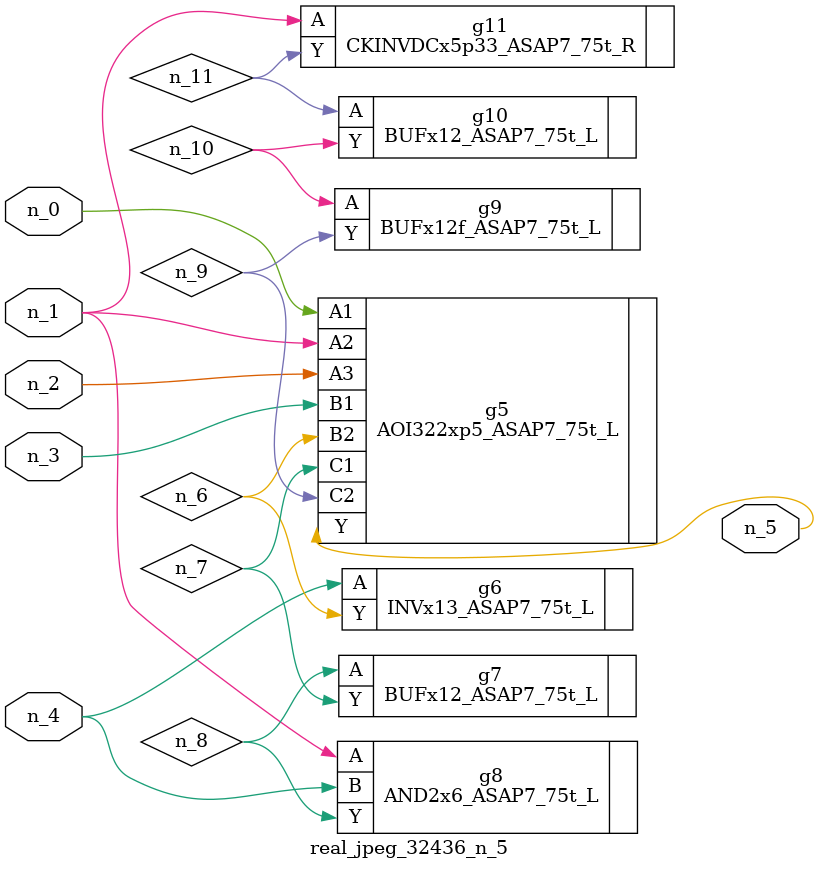
<source format=v>
module real_jpeg_32436_n_5 (n_4, n_0, n_1, n_2, n_3, n_5);

input n_4;
input n_0;
input n_1;
input n_2;
input n_3;

output n_5;

wire n_8;
wire n_11;
wire n_6;
wire n_7;
wire n_10;
wire n_9;

AOI322xp5_ASAP7_75t_L g5 ( 
.A1(n_0),
.A2(n_1),
.A3(n_2),
.B1(n_3),
.B2(n_6),
.C1(n_7),
.C2(n_9),
.Y(n_5)
);

AND2x6_ASAP7_75t_L g8 ( 
.A(n_1),
.B(n_4),
.Y(n_8)
);

CKINVDCx5p33_ASAP7_75t_R g11 ( 
.A(n_1),
.Y(n_11)
);

INVx13_ASAP7_75t_L g6 ( 
.A(n_4),
.Y(n_6)
);

BUFx12_ASAP7_75t_L g7 ( 
.A(n_8),
.Y(n_7)
);

BUFx12f_ASAP7_75t_L g9 ( 
.A(n_10),
.Y(n_9)
);

BUFx12_ASAP7_75t_L g10 ( 
.A(n_11),
.Y(n_10)
);


endmodule
</source>
